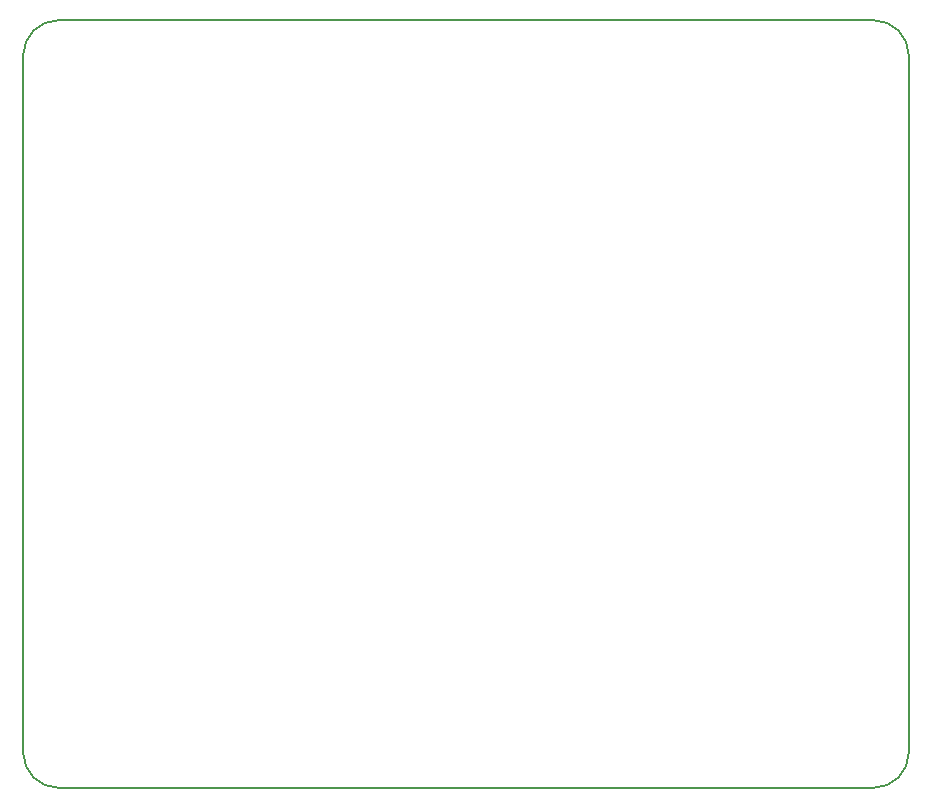
<source format=gbr>
%TF.GenerationSoftware,KiCad,Pcbnew,(5.0.0)*%
%TF.CreationDate,2019-02-02T21:12:50-06:00*%
%TF.ProjectId,BPSVoltage,425053566F6C746167652E6B69636164,rev?*%
%TF.SameCoordinates,Original*%
%TF.FileFunction,Profile,NP*%
%FSLAX46Y46*%
G04 Gerber Fmt 4.6, Leading zero omitted, Abs format (unit mm)*
G04 Created by KiCad (PCBNEW (5.0.0)) date 02/02/19 21:12:50*
%MOMM*%
%LPD*%
G01*
G04 APERTURE LIST*
%ADD10C,0.150000*%
G04 APERTURE END LIST*
D10*
X45000000Y-53000000D02*
X45000000Y-112000000D01*
X117000000Y-50000000D02*
X48000000Y-50000000D01*
X120000000Y-112000000D02*
X120000000Y-53000000D01*
X48000000Y-115000000D02*
X117000000Y-115000000D01*
X48000000Y-115000000D02*
G75*
G02X45000000Y-112000000I0J3000000D01*
G01*
X45000000Y-53000000D02*
G75*
G02X48000000Y-50000000I3000000J0D01*
G01*
X117000000Y-50000000D02*
G75*
G02X120000000Y-53000000I0J-3000000D01*
G01*
X120000000Y-112000000D02*
G75*
G02X117000000Y-115000000I-3000000J0D01*
G01*
M02*

</source>
